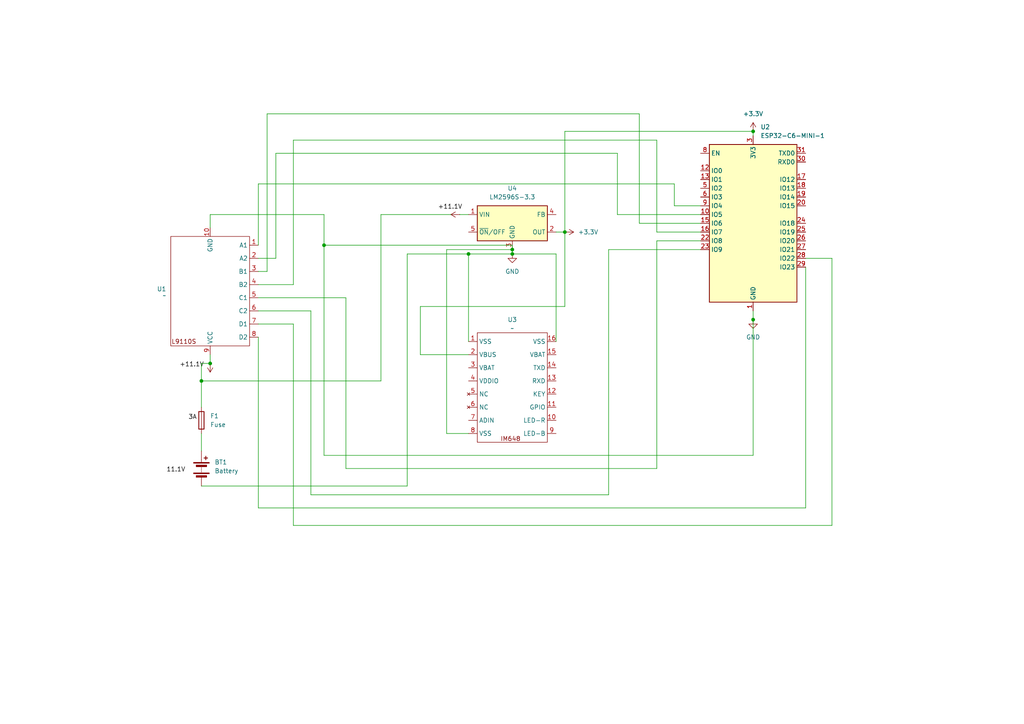
<source format=kicad_sch>
(kicad_sch (version 20250114) (generator "eeschema") (generator_version "9.0")
  (paper "A4")
  (title_block (title "Drone_PCB") (company "The Cave Lab"))
  (lib_symbols
    (symbol "Device:Battery" (pin_numbers (hide yes)) (pin_names (offset 0) (hide yes))
      (property "Reference" "BT" (at 2.54 2.54 0))
      (property "Value" "Battery" (at 2.54 0 0))
      (symbol "Battery_0_1"
        (rectangle (start -2.286 1.778) (end 2.286 1.524) (fill (type outline)))
        (rectangle (start -2.286 -1.27) (end 2.286 -1.524) (fill (type outline)))
        (rectangle (start -1.524 1.016) (end 1.524 0.508) (fill (type outline)))
        (rectangle (start -1.524 -2.032) (end 1.524 -2.54) (fill (type outline)))
        (polyline (pts (xy 0 1.778) (xy 0 2.54)))
        (polyline (pts (xy 0 0) (xy 0 0.254)))
        (polyline (pts (xy 0 -0.508) (xy 0 -0.254)))
        (polyline (pts (xy 0 -1.016) (xy 0 -0.762)))
        (polyline (pts (xy 0.762 3.048) (xy 1.778 3.048)) (stroke (width 0.254)))
        (polyline (pts (xy 1.27 3.556) (xy 1.27 2.54)) (stroke (width 0.254)))
      )
      (symbol "Battery_1_1"
        (pin passive line (at 0 5.08 270) (length 2.54) (name "+") (number "1"))
        (pin passive line (at 0 -5.08 90) (length 2.54) (name "-") (number "2"))
      )
    )
    (symbol "Device:Fuse" (pin_numbers (hide yes)) (pin_names (offset 0))
      (property "Reference" "F" (at 2.032 0 90))
      (property "Value" "Fuse" (at -1.905 0 90))
      (symbol "Fuse_0_1"
        (rectangle (start -0.762 -2.54) (end 0.762 2.54) (stroke (width 0.254)))
        (polyline (pts (xy 0 2.54) (xy 0 -2.54)))
      )
      (symbol "Fuse_1_1"
        (pin passive line (at 0 3.81 270) (length 1.27) (name "~") (number "1"))
        (pin passive line (at 0 -3.81 90) (length 1.27) (name "~") (number "2"))
      )
    )
    (symbol "RF_Module:ESP32-C6-MINI-1"
      (property "Reference" "U" (at -11.43 24.13 0))
      (property "Value" "ESP32-C6-MINI-1" (at 12.7 24.13 0))
      (symbol "ESP32-C6-MINI-1_0_1"
        (rectangle (start -12.7 22.86) (end 12.7 -22.86) (stroke (width 0.254)) (fill (type background)))
      )
      (symbol "ESP32-C6-MINI-1_1_1"
        (pin input line (at -15.24 20.32 0) (length 2.54) (name "EN") (number "8"))
        (pin bidirectional line (at -15.24 15.24 0) (length 2.54) (name "IO0") (number "12"))
        (pin bidirectional line (at -15.24 12.7 0) (length 2.54) (name "IO1") (number "13"))
        (pin bidirectional line (at -15.24 10.16 0) (length 2.54) (name "IO2") (number "5"))
        (pin bidirectional line (at -15.24 7.62 0) (length 2.54) (name "IO3") (number "6"))
        (pin bidirectional line (at -15.24 5.08 0) (length 2.54) (name "IO4") (number "9"))
        (pin bidirectional line (at -15.24 2.54 0) (length 2.54) (name "IO5") (number "10"))
        (pin bidirectional line (at -15.24 0 0) (length 2.54) (name "IO6") (number "15"))
        (pin bidirectional line (at -15.24 -2.54 0) (length 2.54) (name "IO7") (number "16"))
        (pin bidirectional line (at -15.24 -5.08 0) (length 2.54) (name "IO8") (number "22"))
        (pin bidirectional line (at -15.24 -7.62 0) (length 2.54) (name "IO9") (number "23"))
        (pin no_connect line (at -12.7 -12.7 0) (length 2.54) (hide yes) (name "NC") (number "32"))
        (pin no_connect line (at -12.7 -15.24 0) (length 2.54) (hide yes) (name "NC") (number "33"))
        (pin no_connect line (at -12.7 -17.78 0) (length 2.54) (hide yes) (name "NC") (number "34"))
        (pin no_connect line (at -12.7 -20.32 0) (length 2.54) (hide yes) (name "NC") (number "35"))
        (pin power_in line (at 0 25.4 270) (length 2.54) (name "3V3") (number "3"))
        (pin power_in line (at 0 -25.4 90) (length 2.54) (name "GND") (number "1"))
        (pin passive line (at 0 -25.4 90) (length 2.54) (hide yes) (name "GND") (number "11"))
        (pin passive line (at 0 -25.4 90) (length 2.54) (hide yes) (name "GND") (number "14"))
        (pin passive line (at 0 -25.4 90) (length 2.54) (hide yes) (name "GND") (number "2"))
        (pin passive line (at 0 -25.4 90) (length 2.54) (hide yes) (name "GND") (number "36"))
        (pin passive line (at 0 -25.4 90) (length 2.54) (hide yes) (name "GND") (number "37"))
        (pin passive line (at 0 -25.4 90) (length 2.54) (hide yes) (name "GND") (number "38"))
        (pin passive line (at 0 -25.4 90) (length 2.54) (hide yes) (name "GND") (number "39"))
        (pin passive line (at 0 -25.4 90) (length 2.54) (hide yes) (name "GND") (number "40"))
        (pin passive line (at 0 -25.4 90) (length 2.54) (hide yes) (name "GND") (number "41"))
        (pin passive line (at 0 -25.4 90) (length 2.54) (hide yes) (name "GND") (number "42"))
        (pin passive line (at 0 -25.4 90) (length 2.54) (hide yes) (name "GND") (number "43"))
        (pin passive line (at 0 -25.4 90) (length 2.54) (hide yes) (name "GND") (number "44"))
        (pin passive line (at 0 -25.4 90) (length 2.54) (hide yes) (name "GND") (number "45"))
        (pin passive line (at 0 -25.4 90) (length 2.54) (hide yes) (name "GND") (number "46"))
        (pin passive line (at 0 -25.4 90) (length 2.54) (hide yes) (name "GND") (number "47"))
        (pin passive line (at 0 -25.4 90) (length 2.54) (hide yes) (name "GND") (number "48"))
        (pin passive line (at 0 -25.4 90) (length 2.54) (hide yes) (name "GND") (number "49"))
        (pin passive line (at 0 -25.4 90) (length 2.54) (hide yes) (name "GND") (number "50"))
        (pin passive line (at 0 -25.4 90) (length 2.54) (hide yes) (name "GND") (number "51"))
        (pin passive line (at 0 -25.4 90) (length 2.54) (hide yes) (name "GND") (number "52"))
        (pin passive line (at 0 -25.4 90) (length 2.54) (hide yes) (name "GND") (number "53"))
        (pin no_connect line (at 12.7 -15.24 180) (length 2.54) (hide yes) (name "NC") (number "4"))
        (pin no_connect line (at 12.7 -17.78 180) (length 2.54) (hide yes) (name "NC") (number "7"))
        (pin no_connect line (at 12.7 -20.32 180) (length 2.54) (hide yes) (name "NC") (number "21"))
        (pin bidirectional line (at 15.24 20.32 180) (length 2.54) (name "TXD0") (number "31"))
        (pin bidirectional line (at 15.24 17.78 180) (length 2.54) (name "RXD0") (number "30"))
        (pin bidirectional line (at 15.24 12.7 180) (length 2.54) (name "IO12") (number "17"))
        (pin bidirectional line (at 15.24 10.16 180) (length 2.54) (name "IO13") (number "18"))
        (pin bidirectional line (at 15.24 7.62 180) (length 2.54) (name "IO14") (number "19"))
        (pin bidirectional line (at 15.24 5.08 180) (length 2.54) (name "IO15") (number "20"))
        (pin bidirectional line (at 15.24 0 180) (length 2.54) (name "IO18") (number "24"))
        (pin bidirectional line (at 15.24 -2.54 180) (length 2.54) (name "IO19") (number "25"))
        (pin bidirectional line (at 15.24 -5.08 180) (length 2.54) (name "IO20") (number "26"))
        (pin bidirectional line (at 15.24 -7.62 180) (length 2.54) (name "IO21") (number "27"))
        (pin bidirectional line (at 15.24 -10.16 180) (length 2.54) (name "IO22") (number "28"))
        (pin bidirectional line (at 15.24 -12.7 180) (length 2.54) (name "IO23") (number "29"))
      )
    )
    (symbol "Regulator_Switching:LM2596S-3.3"
      (property "Reference" "U" (at -10.16 6.35 0))
      (property "Value" "LM2596S-3.3" (at 0 6.35 0))
      (symbol "LM2596S-3.3_0_1"
        (rectangle (start -10.16 5.08) (end 10.16 -5.08) (stroke (width 0.254)) (fill (type background)))
      )
      (symbol "LM2596S-3.3_1_1"
        (pin power_in line (at -12.7 2.54 0) (length 2.54) (name "VIN") (number "1"))
        (pin input line (at -12.7 -2.54 0) (length 2.54) (name "~{ON}/OFF") (number "5"))
        (pin power_in line (at 0 -7.62 90) (length 2.54) (name "GND") (number "3"))
        (pin input line (at 12.7 2.54 180) (length 2.54) (name "FB") (number "4"))
        (pin output line (at 12.7 -2.54 180) (length 2.54) (name "OUT") (number "2"))
      )
    )
    (symbol "pcbstuff:IMU648"
      (property "Reference" "U" (at 0 0 0))
      (symbol "IMU648_0_1"
        (rectangle (start -10.16 15.24) (end 10.16 -16.51))
      )
      (symbol "IMU648_1_1"
        (text "IM648" (at -0.508 -15.494 0) (effects (font (size 1.27 1.27))))
        (pin power_in line (at -12.7 12.7 0) (length 2.54) (name "VSS") (number "1"))
        (pin power_in line (at -12.7 8.89 0) (length 2.54) (name "VBUS") (number "2"))
        (pin power_in line (at -12.7 5.08 0) (length 2.54) (name "VBAT") (number "3"))
        (pin power_in line (at -12.7 1.27 0) (length 2.54) (name "VDDIO") (number "4"))
        (pin no_connect line (at -12.7 -2.54 0) (length 2.54) (name "NC") (number "5"))
        (pin no_connect line (at -12.7 -6.35 0) (length 2.54) (name "NC") (number "6"))
        (pin input line (at -12.7 -10.16 0) (length 2.54) (name "ADIN") (number "7"))
        (pin power_in line (at -12.7 -13.97 0) (length 2.54) (name "VSS") (number "8"))
        (pin power_in line (at 12.7 12.7 180) (length 2.54) (name "VSS") (number "16"))
        (pin power_in line (at 12.7 8.89 180) (length 2.54) (name "VBAT") (number "15"))
        (pin output line (at 12.7 5.08 180) (length 2.54) (name "TXD") (number "14"))
        (pin input line (at 12.7 1.27 180) (length 2.54) (name "RXD") (number "13"))
        (pin input line (at 12.7 -2.54 180) (length 2.54) (name "KEY") (number "12"))
        (pin bidirectional line (at 12.7 -6.35 180) (length 2.54) (name "GPIO") (number "11"))
        (pin output line (at 12.7 -10.16 180) (length 2.54) (name "LED-R") (number "10"))
        (pin output line (at 12.7 -13.97 180) (length 2.54) (name "LED-B") (number "9"))
      )
    )
    (symbol "pcbstuff:L9110S"
      (property "Reference" "U" (at 0 0 0))
      (symbol "L9110S_0_1"
        (rectangle (start -11.43 15.24) (end 11.43 -16.51))
      )
      (symbol "L9110S_1_1"
        (text "L9110S\n" (at -7.62 -15.24 0) (effects (font (size 1.27 1.27))))
        (pin power_in line (at 0 17.78 270) (length 2.54) (name "GND") (number "10"))
        (pin bidirectional line (at 0 -19.05 90) (length 2.54) (name "VCC") (number "9"))
        (pin bidirectional line (at 13.97 12.7 180) (length 2.54) (name "A1") (number "1"))
        (pin bidirectional line (at 13.97 8.89 180) (length 2.54) (name "A2") (number "2"))
        (pin bidirectional line (at 13.97 5.08 180) (length 2.54) (name "B1") (number "3"))
        (pin bidirectional line (at 13.97 1.27 180) (length 2.54) (name "B2") (number "4"))
        (pin bidirectional line (at 13.97 -2.54 180) (length 2.54) (name "C1") (number "5"))
        (pin bidirectional line (at 13.97 -6.35 180) (length 2.54) (name "C2") (number "6"))
        (pin bidirectional line (at 13.97 -10.16 180) (length 2.54) (name "D1") (number "7"))
        (pin bidirectional line (at 13.97 -13.97 180) (length 2.54) (name "D2") (number "8"))
      )
    )
    (symbol "power:+12V" (power) (pin_numbers (hide yes)) (pin_names (offset 0) (hide yes))
      (property "Value" "+12V" (at 0 3.556 0))
      (symbol "+12V_0_1"
        (polyline (pts (xy -0.762 1.27) (xy 0 2.54)))
        (polyline (pts (xy 0 2.54) (xy 0.762 1.27)))
        (polyline (pts (xy 0 0) (xy 0 2.54)))
      )
      (symbol "+12V_1_1"
        (pin power_in line (at 0 0 90) (length 0) (name "~") (number "1"))
      )
    )
    (symbol "power:+3.3V" (power) (pin_numbers (hide yes)) (pin_names (offset 0) (hide yes))
      (property "Value" "+3.3V" (at 0 3.556 0))
      (symbol "+3.3V_0_1"
        (polyline (pts (xy -0.762 1.27) (xy 0 2.54)))
        (polyline (pts (xy 0 2.54) (xy 0.762 1.27)))
        (polyline (pts (xy 0 0) (xy 0 2.54)))
      )
      (symbol "+3.3V_1_1"
        (pin power_in line (at 0 0 90) (length 0) (name "~") (number "1"))
      )
    )
    (symbol "power:GND" (power) (pin_numbers (hide yes)) (pin_names (offset 0) (hide yes))
      (property "Value" "GND" (at 0 -3.81 0))
      (symbol "GND_0_1"
        (polyline (pts (xy 0 0) (xy 0 -1.27) (xy 1.27 -1.27) (xy 0 -2.54) (xy -1.27 -1.27) (xy 0 -1.27)))
      )
      (symbol "GND_1_1"
        (pin power_in line (at 0 0 270) (length 0) (name "~") (number "1"))
      )
    )
  )
  (junction (at 148.59 73.66))
  (junction (at 93.98 71.12))
  (junction (at 135.89 73.66))
  (junction (at 218.44 38.1))
  (junction (at 163.83 67.31))
  (junction (at 218.44 92.71))
  (junction (at 60.96 105.41))
  (junction (at 58.42 110.49))
  (junction (at 148.59 72.39))
  (wire (pts (xy 135.89 73.66) (xy 148.59 73.66)))
  (wire (pts (xy 163.83 67.31) (xy 163.83 38.1)))
  (wire (pts (xy 161.29 67.31) (xy 163.83 67.31)))
  (wire (pts (xy 185.42 33.02) (xy 77.47 33.02)))
  (wire (pts (xy 203.2 59.69) (xy 195.58 59.69)))
  (wire (pts (xy 85.09 82.55) (xy 85.09 40.64)))
  (wire (pts (xy 74.93 93.98) (xy 85.09 93.98)))
  (wire (pts (xy 60.96 102.87) (xy 60.96 105.41)))
  (wire (pts (xy 203.2 69.85) (xy 190.5 69.85)))
  (wire (pts (xy 121.92 102.87) (xy 121.92 88.9)))
  (wire (pts (xy 233.68 77.47) (xy 233.68 147.32)))
  (wire (pts (xy 121.92 88.9) (xy 163.83 88.9)))
  (wire (pts (xy 85.09 152.4) (xy 241.3 152.4)))
  (wire (pts (xy 60.96 62.23) (xy 93.98 62.23)))
  (wire (pts (xy 190.5 40.64) (xy 190.5 67.31)))
  (wire (pts (xy 110.49 110.49) (xy 58.42 110.49)))
  (wire (pts (xy 176.53 72.39) (xy 176.53 143.51)))
  (wire (pts (xy 118.11 73.66) (xy 135.89 73.66)))
  (wire (pts (xy 163.83 88.9) (xy 163.83 67.31)))
  (wire (pts (xy 190.5 135.89) (xy 100.33 135.89)))
  (wire (pts (xy 218.44 90.17) (xy 218.44 92.71)))
  (wire (pts (xy 93.98 132.08) (xy 218.44 132.08)))
  (wire (pts (xy 60.96 66.04) (xy 60.96 62.23)))
  (wire (pts (xy 195.58 59.69) (xy 195.58 53.34)))
  (wire (pts (xy 74.93 53.34) (xy 74.93 71.12)))
  (wire (pts (xy 190.5 67.31) (xy 203.2 67.31)))
  (wire (pts (xy 218.44 38.1) (xy 218.44 39.37)))
  (wire (pts (xy 179.07 62.23) (xy 179.07 44.45)))
  (wire (pts (xy 185.42 64.77) (xy 185.42 33.02)))
  (wire (pts (xy 129.54 72.39) (xy 148.59 72.39)))
  (wire (pts (xy 179.07 44.45) (xy 80.01 44.45)))
  (wire (pts (xy 74.93 82.55) (xy 85.09 82.55)))
  (wire (pts (xy 218.44 132.08) (xy 218.44 92.71)))
  (wire (pts (xy 129.54 125.73) (xy 129.54 72.39)))
  (wire (pts (xy 85.09 40.64) (xy 190.5 40.64)))
  (wire (pts (xy 176.53 143.51) (xy 90.17 143.51)))
  (wire (pts (xy 161.29 99.06) (xy 161.29 73.66)))
  (wire (pts (xy 135.89 102.87) (xy 121.92 102.87)))
  (wire (pts (xy 161.29 73.66) (xy 148.59 73.66)))
  (wire (pts (xy 58.42 105.41) (xy 60.96 105.41)))
  (wire (pts (xy 130.81 62.23) (xy 110.49 62.23)))
  (wire (pts (xy 93.98 71.12) (xy 93.98 132.08)))
  (wire (pts (xy 58.42 110.49) (xy 58.42 105.41)))
  (wire (pts (xy 77.47 33.02) (xy 77.47 78.74)))
  (wire (pts (xy 241.3 74.93) (xy 233.68 74.93)))
  (wire (pts (xy 58.42 118.11) (xy 58.42 110.49)))
  (wire (pts (xy 135.89 125.73) (xy 129.54 125.73)))
  (wire (pts (xy 190.5 69.85) (xy 190.5 135.89)))
  (wire (pts (xy 233.68 147.32) (xy 74.93 147.32)))
  (wire (pts (xy 133.35 62.23) (xy 135.89 62.23)))
  (wire (pts (xy 85.09 93.98) (xy 85.09 152.4)))
  (wire (pts (xy 241.3 152.4) (xy 241.3 74.93)))
  (wire (pts (xy 58.42 140.97) (xy 118.11 140.97)))
  (wire (pts (xy 148.59 72.39) (xy 148.59 73.66)))
  (wire (pts (xy 93.98 71.12) (xy 148.59 71.12)))
  (wire (pts (xy 195.58 53.34) (xy 74.93 53.34)))
  (wire (pts (xy 90.17 90.17) (xy 74.93 90.17)))
  (wire (pts (xy 90.17 143.51) (xy 90.17 90.17)))
  (wire (pts (xy 74.93 97.79) (xy 74.93 147.32)))
  (wire (pts (xy 135.89 99.06) (xy 135.89 73.66)))
  (wire (pts (xy 203.2 72.39) (xy 176.53 72.39)))
  (wire (pts (xy 80.01 44.45) (xy 80.01 74.93)))
  (wire (pts (xy 163.83 38.1) (xy 218.44 38.1)))
  (wire (pts (xy 93.98 62.23) (xy 93.98 71.12)))
  (wire (pts (xy 118.11 140.97) (xy 118.11 73.66)))
  (wire (pts (xy 110.49 62.23) (xy 110.49 110.49)))
  (wire (pts (xy 203.2 62.23) (xy 179.07 62.23)))
  (wire (pts (xy 100.33 135.89) (xy 100.33 86.36)))
  (wire (pts (xy 80.01 74.93) (xy 74.93 74.93)))
  (wire (pts (xy 58.42 125.73) (xy 58.42 130.81)))
  (wire (pts (xy 100.33 86.36) (xy 74.93 86.36)))
  (wire (pts (xy 203.2 64.77) (xy 185.42 64.77)))
  (wire (pts (xy 148.59 71.12) (xy 148.59 72.39)))
  (wire (pts (xy 77.47 78.74) (xy 74.93 78.74)))
  (label "+11.1V" (at 127 60.96 0))
  (label "11.1V" (at 48.26 137.16 0))
  (label "+11.1V" (at 52.07 106.68 0))
  (label "3A" (at 54.61 121.92 0))
  (symbol (lib_id "pcbstuff:L9110S") (at 60.96 83.82 0) (unit 1)
    (property "Reference" "U1" (at 48.26 83.8199 0) (effects (justify right)))
    (property "Value" "~" (at 48.26 85.725 0) (effects (justify right)))
  )
  (symbol (lib_id "power:+12V") (at 133.35 62.23 90) (unit 1)
    (property "Reference" "#PWR01" (effects (hide yes)))
    (property "Value" "+12V" (effects (hide yes)))
    (property "Description" "Power symbol creates a global label with name \"+12V\"" (effects (hide yes)))
  )
  (symbol (lib_id "power:+12V") (at 60.96 105.41 180) (unit 1)
    (property "Reference" "#PWR03" (effects (hide yes)))
    (property "Value" "+12V" (effects (hide yes)))
    (property "Description" "Power symbol creates a global label with name \"+12V\"" (effects (hide yes)))
  )
  (symbol (lib_id "Device:Fuse") (at 58.42 121.92 0) (unit 1)
    (property "Reference" "F1" (at 60.96 120.6499 0) (effects (justify left)))
    (property "Value" "Fuse" (at 60.96 123.1899 0) (effects (justify left)))
    (property "Description" "Fuse" (effects (hide yes)))
  )
  (symbol (lib_id "Regulator_Switching:LM2596S-3.3") (at 148.59 64.77 0) (unit 1)
    (property "Reference" "U4" (at 148.59 54.61 0))
    (property "Value" "LM2596S-3.3" (at 148.59 57.15 0))
    (property "Footprint" "Package_TO_SOT_SMD:TO-263-5_TabPin3" (effects (hide yes)))
    (property "Datasheet" "http://www.ti.com/lit/ds/symlink/lm2596.pdf" (effects (hide yes)))
    (property "Description" "3.3V 3A Step-Down Voltage Regulator, TO-263" (effects (hide yes)))
  )
  (symbol (lib_id "RF_Module:ESP32-C6-MINI-1") (at 218.44 64.77 0) (unit 1)
    (property "Reference" "U2" (at 220.5833 36.83 0) (effects (justify left)))
    (property "Value" "ESP32-C6-MINI-1" (at 220.5833 39.37 0) (effects (justify left)))
    (property "Footprint" "RF_Module:ESP32-C6-MINI-1" (effects (hide yes)))
    (property "Datasheet" "https://www.espressif.com/sites/default/files/documentation/esp32-c6-mini-1_mini-1u_datasheet_en.pdf" (effects (hide yes)))
    (property "Description" "RF Module, ESP32-C6 SoC, Wi-Fi 802.11b/g/n/ax, Bluetooth, BLE, Zigbee, Thread, 32-bit, 3.3V, SMD, onboard antenna" (effects (hide yes)))
  )
  (symbol (lib_id "power:+3.3V") (at 218.44 38.1 0) (unit 1)
    (property "Reference" "#PWR05" (effects (hide yes)))
    (property "Value" "+3.3V" (at 218.44 33.02 0))
    (property "Description" "Power symbol creates a global label with name \"+3.3V\"" (effects (hide yes)))
  )
  (symbol (lib_id "pcbstuff:IMU648") (at 148.59 111.76 0) (unit 1)
    (property "Reference" "U3" (at 148.59 92.71 0))
    (property "Value" "~" (at 148.59 95.25 0))
  )
  (symbol (lib_id "power:+3.3V") (at 163.83 67.31 270) (unit 1)
    (property "Reference" "#PWR02" (effects (hide yes)))
    (property "Value" "+3.3V" (at 167.64 67.3099 90) (effects (justify left)))
    (property "Description" "Power symbol creates a global label with name \"+3.3V\"" (effects (hide yes)))
  )
  (symbol (lib_id "power:GND") (at 148.59 73.66 0) (unit 1)
    (property "Reference" "#PWR04" (effects (hide yes)))
    (property "Value" "GND" (at 148.59 78.74 0))
    (property "Description" "Power symbol creates a global label with name \"GND\" , ground" (effects (hide yes)))
  )
  (symbol (lib_id "power:GND") (at 218.44 92.71 0) (unit 1)
    (property "Reference" "#PWR06" (effects (hide yes)))
    (property "Value" "GND" (at 218.44 97.79 0))
    (property "Description" "Power symbol creates a global label with name \"GND\" , ground" (effects (hide yes)))
  )
  (symbol (lib_id "Device:Battery") (at 58.42 135.89 0) (unit 1)
    (property "Reference" "BT1" (at 62.23 134.0484 0) (effects (justify left)))
    (property "Value" "Battery" (at 62.23 136.5884 0) (effects (justify left)))
    (property "Description" "Multiple-cell battery" (effects (hide yes)))
  )
)
</source>
